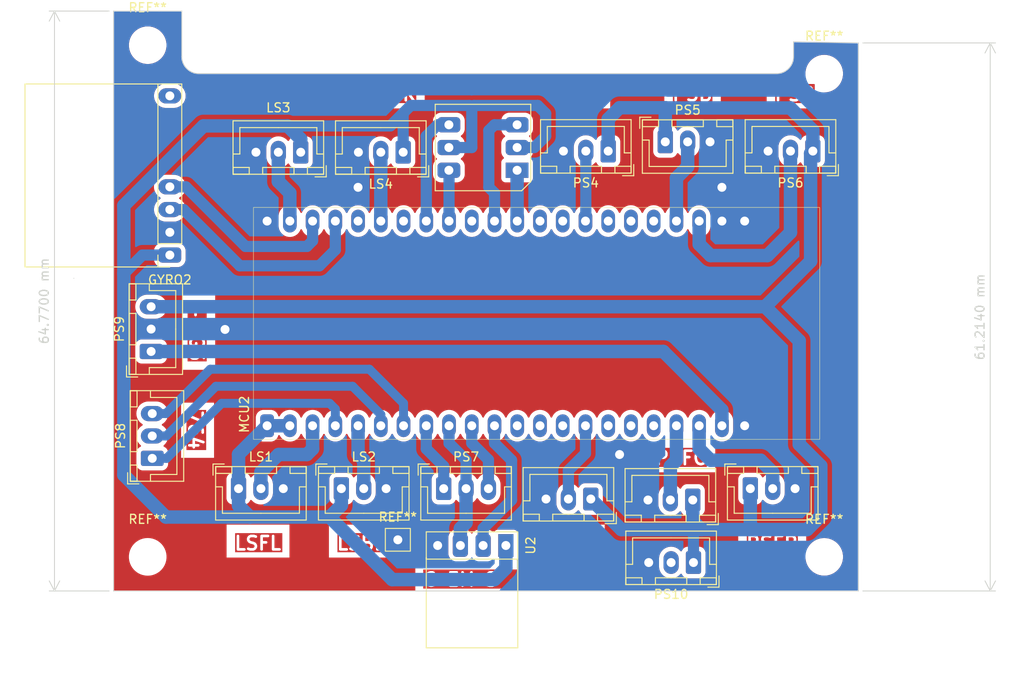
<source format=kicad_pcb>
(kicad_pcb (version 20221018) (generator pcbnew)
  (layers (0 "F.Cu" signal) (31 "B.Cu" signal) (34 "B.Paste" user) (35 "F.Paste" user) (36 "B.SilkS" user "B.Silkscreen") (37 "F.SilkS" user "F.Silkscreen") (38 "B.Mask" user) (39 "F.Mask" user) (44 "Edge.Cuts" user))
  (net 0 "")
  (net 1 "GND")
  (net 2 "+3.3V")
  (net 4 "+24V")
  (net 8 "+5V")
  (net 9 "/SDA")
  (net 10 "/SCL")
  (net 11 "/LS_FL")
  (net 12 "/LS_BL")
  (net 13 "/LS_FR")
  (net 14 "/LS_BR")
  (net 15 "/PS_R")
  (net 16 "/PS_B")
  (net 17 "/PS_L")
  (net 18 "/PS_FL")
  (net 19 "/PS_FC")
  (net 20 "/PS_FR")
  (net 21 "/SW_P1")
  (net 22 "/SW_P4")
  (net 23 "/SW_P2")
  (net 24 "/SW_P8")
  (net 27 "/KS_EM")
  (net 28 "/KS_START")
  (net 38 "/TX1_MD")
  (net 39 "/RX1_MD")
  (net 40 "/4")
  (net 41 "/6")
  (net 42 "/7")
  (footprint "luison-electronics:JST_XH_B3B-XH-A_1x03_P2.50mm_Vertical" (layer "F.Cu") (at 182.245 108.585)
    (fp_text reference "PS3" hide)
    (fp_text value "Omron_E3Z-D62_2M")
    (pad "1" thru_hole roundrect (at 0 0) (size 1.7 2.54) (drill 1) (layers "*.Cu" "*.Mask") (roundrect_rratio 0.1470588235) (net 4 "+24V"))
    (pad "2" thru_hole oval (at 2.5 0) (size 1.7 2.54) (drill 1) (layers "*.Cu" "*.Mask") (net 20 "/PS_FR"))
    (pad "3" thru_hole oval (at 5 0) (size 1.7 2.54) (drill 1) (layers "*.Cu" "*.Mask") (net 1 "GND"))
  )
  (footprint "luison-electronics:JST_XH_B3B-XH-A_1x03_P2.50mm_Vertical" (layer "F.Cu") (at 115.316 93.265 90)
    (fp_text reference "PS9" (at 2.5 -3.55 90) (layer "F.SilkS"))
    (fp_text value "alimentacion_driver")
    (pad "1" thru_hole roundrect (at 0 0 90) (size 1.7 2.54) (drill 1) (layers "*.Cu" "*.Mask") (roundrect_rratio 0.1470588235) (net 8 "+5V"))
    (pad "2" thru_hole oval (at 2.5 0 90) (size 1.7 2.54) (drill 1) (layers "*.Cu" "*.Mask") (net 1 "GND"))
    (pad "3" thru_hole oval (at 5 0 90) (size 1.7 2.54) (drill 1) (layers "*.Cu" "*.Mask") (net 4 "+24V"))
  )
  (footprint "luison-electronics:custom_via" (layer "F.Cu") (at 141.605 113.03)
    (fp_text reference "REF**" (at 1.27 -1.27 unlocked) (layer "F.SilkS"))
    (fp_text value "custom_via")
    (pad "1" thru_hole oval (at 1.27 1.27 90) (size 1.524 2.54) (drill 1) (layers "*.Cu" "*.Mask") (net 1 "GND"))
  )
  (footprint "luison-electronics:MPU6050 Breakout Board" (layer "F.Cu") (at 117.406075 82.495 180)
    (fp_text reference "GYRO2" (at 0 -2.77) (layer "F.SilkS"))
    (fp_text value "MPU-6050 Breakout Board")
    (pad "1" thru_hole roundrect (at 0 0 180) (size 2.54 1.7) (drill 1) (layers "*.Cu" "*.Mask") (net 2 "+3.3V"))
    (pad "2" thru_hole oval (at 0 2.54 180) (size 2.54 1.7) (drill 1) (layers "*.Cu" "*.Mask") (net 1 "GND"))
    (pad "3" thru_hole oval (at 0 5.08 180) (size 2.54 1.7) (drill 1) (layers "*.Cu" "*.Mask") (net 10 "/SCL"))
    (pad "4" thru_hole oval (at 0 7.62 180) (size 2.54 1.7) (drill 1) (layers "*.Cu" "*.Mask") (net 9 "/SDA"))
    (pad "8" thru_hole oval (at 0 17.78 180) (size 2.54 1.7) (drill 1) (layers "*.Cu" "*.Mask"))
  )
  (footprint "luison-electronics:EECO Rotary Switch" (layer "F.Cu") (at 156.195 73.025 90)
    (fp_text reference "SW3" hide)
    (fp_text value "EECO_Micro-Dip_3500_B02" hide)
    (pad "1" thru_hole rect (at 0 0 90) (size 1.7 2.54) (drill 1) (layers "*.Cu" "*.Mask") (net 21 "/SW_P1"))
    (pad "2" thru_hole roundrect (at 2.54 0 90) (size 1.7 2.54) (drill 1) (layers "*.Cu" "*.Mask") (net 2 "+3.3V"))
    (pad "3" thru_hole roundrect (at 5.08 0 90) (size 1.7 2.54) (drill 1) (layers "*.Cu" "*.Mask") (net 22 "/SW_P4"))
    (pad "4" thru_hole roundrect (at 5.08 -7.62 90) (size 1.7 2.54) (drill 1) (layers "*.Cu" "*.Mask") (net 23 "/SW_P2"))
    (pad "5" thru_hole roundrect (at 2.54 -7.62 90) (size 1.7 2.54) (drill 1) (layers "*.Cu" "*.Mask") (net 2 "+3.3V"))
    (pad "6" thru_hole roundrect (at 0 -7.62 90) (size 1.7 2.54) (drill 1) (layers "*.Cu" "*.Mask") (net 24 "/SW_P8"))
  )
  (footprint "luison-electronics:JST_XH_B3B-XH-A_1x03_P2.50mm_Vertical" (layer "F.Cu") (at 143.47 71.01 180)
    (fp_text reference "LS4" (at 2.5 -3.55) (layer "F.SilkS"))
    (fp_text value "Line_Sensor")
    (pad "1" thru_hole roundrect (at 0 0 180) (size 1.7 2.54) (drill 1) (layers "*.Cu" "*.Mask") (roundrect_rratio 0.1470588235) (net 2 "+3.3V"))
    (pad "2" thru_hole oval (at 2.5 0 180) (size 1.7 2.54) (drill 1) (layers "*.Cu" "*.Mask") (net 14 "/LS_BR"))
    (pad "3" thru_hole oval (at 5 0 180) (size 1.7 2.54) (drill 1) (layers "*.Cu" "*.Mask") (net 1 "GND"))
  )
  (footprint "luison-electronics:JST_XH_B3B-XH-A_1x03_P2.50mm_Vertical" (layer "F.Cu") (at 189.23 70.883 180)
    (fp_text reference "PS6" (at 2.5 -3.55) (layer "F.SilkS"))
    (fp_text value "Omron_E3Z-D62_2M")
    (pad "1" thru_hole roundrect (at 0 0 180) (size 1.7 2.54) (drill 1) (layers "*.Cu" "*.Mask") (roundrect_rratio 0.1470588235) (net 4 "+24V"))
    (pad "2" thru_hole oval (at 2.5 0 180) (size 1.7 2.54) (drill 1) (layers "*.Cu" "*.Mask") (net 15 "/PS_R"))
    (pad "3" thru_hole oval (at 5 0 180) (size 1.7 2.54) (drill 1) (layers "*.Cu" "*.Mask") (net 1 "GND"))
  )
  (footprint "MountingHole:MountingHole_3.2mm_M3" (layer "F.Cu") (at 114.935 116.205)
    (fp_text reference "REF**" (at 0 -4.2) (layer "F.SilkS"))
    (fp_text value "MountingHole_3.2mm_M3")
    (pad "" np_thru_hole circle (at 0 0) (size 3.2 3.2) (drill 3.2) (layers "*.Cu" "*.Mask"))
  )
  (footprint "luison-electronics:Robochallenge_KillSwitch" (layer "F.Cu") (at 154.94 114.935 -90)
    (fp_text reference "U2" (at 0 -2.77 90) (layer "F.SilkS"))
    (fp_text value "Robochallenge_KillSwitch" hide)
    (pad "1" thru_hole rect (at 0 0 270) (size 2.54 1.7) (drill 1) (layers "*.Cu" "*.Mask") (net 2 "+3.3V"))
    (pad "2" thru_hole roundrect (at 0 2.54 270) (size 2.54 1.7) (drill 1) (layers "*.Cu" "*.Mask") (net 28 "/KS_START"))
    (pad "3" thru_hole roundrect (at 0 5.08 270) (size 2.54 1.7) (drill 1) (layers "*.Cu" "*.Mask") (net 27 "/KS_EM"))
    (pad "4" thru_hole roundrect (at 0 7.62 270) (size 2.54 1.7) (drill 1) (layers "*.Cu" "*.Mask") (net 1 "GND"))
  )
  (footprint "MountingHole:MountingHole_3.2mm_M3" (layer "F.Cu") (at 190.5 62.23)
    (fp_text reference "REF**" (at 0 -4.2) (layer "F.SilkS"))
    (fp_text value "MountingHole_3.2mm_M3")
    (pad "" np_thru_hole circle (at 0 0) (size 3.2 3.2) (drill 3.2) (layers "*.Cu" "*.Mask"))
  )
  (footprint "luison-electronics:JST_XH_B3B-XH-A_1x03_P2.50mm_Vertical" (layer "F.Cu") (at 115.443 105.203 90)
    (fp_text reference "PS8" (at 2.5 -3.55 90) (layer "F.SilkS"))
    (fp_text value "alimentacion_driver")
    (pad "1" thru_hole roundrect (at 0 0 90) (size 1.7 2.54) (drill 1) (layers "*.Cu" "*.Mask") (roundrect_rratio 0.1470588235) (net 40 "/4"))
    (pad "2" thru_hole oval (at 2.5 0 90) (size 1.7 2.54) (drill 1) (layers "*.Cu" "*.Mask") (net 41 "/6"))
    (pad "3" thru_hole oval (at 5 0 90) (size 1.7 2.54) (drill 1) (layers "*.Cu" "*.Mask") (net 42 "/7"))
  )
  (footprint "luison-electronics:JST_XH_B3B-XH-A_1x03_P2.50mm_Vertical" (layer "F.Cu") (at 147.995 108.585)
    (fp_text reference "PS7" (at 2.5 -3.55) (layer "F.SilkS"))
    (fp_text value "conector_driver" hide)
    (pad "1" thru_hole roundrect (at 0 0) (size 1.7 2.54) (drill 1) (layers "*.Cu" "*.Mask") (roundrect_rratio 0.1470588235) (net 38 "/TX1_MD"))
    (pad "2" thru_hole oval (at 2.5 0) (size 1.7 2.54) (drill 1) (layers "*.Cu" "*.Mask") (net 27 "/KS_EM"))
    (pad "3" thru_hole oval (at 5 0) (size 1.7 2.54) (drill 1) (layers "*.Cu" "*.Mask") (net 39 "/RX1_MD"))
  )
  (footprint "luison-electronics:JST_XH_B3B-XH-A_1x03_P2.50mm_Vertical" (layer "F.Cu") (at 175.815 109.855 180)
    (fp_text reference "PS2" hide)
    (fp_text value "Omron_E3Z-D62_2M")
    (pad "1" thru_hole roundrect (at 0 0 180) (size 1.7 2.54) (drill 1) (layers "*.Cu" "*.Mask") (roundrect_rratio 0.1470588235) (net 4 "+24V"))
    (pad "2" thru_hole oval (at 2.5 0 180) (size 1.7 2.54) (drill 1) (layers "*.Cu" "*.Mask") (net 19 "/PS_FC"))
    (pad "3" thru_hole oval (at 5 0 180) (size 1.7 2.54) (drill 1) (layers "*.Cu" "*.Mask") (net 1 "GND"))
  )
  (footprint "luison-electronics:JST_XH_B3B-XH-A_1x03_P2.50mm_Vertical" (layer "F.Cu") (at 172.745 69.85)
    (fp_text reference "PS5" (at 2.5 -3.55) (layer "F.SilkS"))
    (fp_text value "Omron_E3Z-D62_2M")
    (pad "1" thru_hole roundrect (at 0 0) (size 1.7 2.54) (drill 1) (layers "*.Cu" "*.Mask") (roundrect_rratio 0.1470588235) (net 4 "+24V"))
    (pad "2" thru_hole oval (at 2.5 0) (size 1.7 2.54) (drill 1) (layers "*.Cu" "*.Mask") (net 16 "/PS_B"))
    (pad "3" thru_hole oval (at 5 0) (size 1.7 2.54) (drill 1) (layers "*.Cu" "*.Mask") (net 1 "GND"))
  )
  (footprint "luison-electronics:JST_XH_B3B-XH-A_1x03_P2.50mm_Vertical" (layer "F.Cu") (at 164.425 109.745 180)
    (fp_text reference "PS1" hide)
    (fp_text value "Omron_E3Z-D62_2M")
    (pad "1" thru_hole roundrect (at 0 0 180) (size 1.7 2.54) (drill 1) (layers "*.Cu" "*.Mask") (roundrect_rratio 0.1470588235) (net 4 "+24V"))
    (pad "2" thru_hole oval (at 2.5 0 180) (size 1.7 2.54) (drill 1) (layers "*.Cu" "*.Mask") (net 18 "/PS_FL"))
    (pad "3" thru_hole oval (at 5 0 180) (size 1.7 2.54) (drill 1) (layers "*.Cu" "*.Mask") (net 1 "GND"))
  )
  (footprint "MountingHole:MountingHole_3.2mm_M3" (layer "F.Cu") (at 190.5 116.205)
    (fp_text reference "REF**" (at 0 -4.2) (layer "F.SilkS"))
    (fp_text value "MountingHole_3.2mm_M3")
    (pad "" np_thru_hole circle (at 0 0) (size 3.2 3.2) (drill 3.2) (layers "*.Cu" "*.Mask"))
  )
  (footprint "MountingHole:MountingHole_3.2mm_M3" (layer "F.Cu") (at 114.935 59.055)
    (fp_text reference "REF**" (at 0 -4.2) (layer "F.SilkS"))
    (fp_text value "MountingHole_3.2mm_M3")
    (pad "" np_thru_hole circle (at 0 0) (size 3.2 3.2) (drill 3.2) (layers "*.Cu" "*.Mask"))
  )
  (footprint "" (layer "F.Cu") (at 167.64 104.775)
    (fp_text reference "" (at 0 0) (layer "F.SilkS") (effects (font (size 1.27 1.27))))
    (fp_text value "" (at 0 0) (layer "F.SilkS") (effects (font (size 1.27 1.27))))
    (pad "1" thru_hole roundrect (at 0 0 90) (size 1.524 2.54) (drill 1) (layers "*.Cu" "*.Mask") (net 1 "GND"))
  )
  (footprint "luison-electronics:JST_XH_B3B-XH-A_1x03_P2.50mm_Vertical" (layer "F.Cu") (at 136.565 108.585)
    (fp_text reference "LS2" (at 2.5 -3.55) (layer "F.SilkS"))
    (fp_text value "Line_Sensor" hide)
    (pad "1" thru_hole roundrect (at 0 0) (size 1.7 2.54) (drill 1) (layers "*.Cu" "*.Mask") (roundrect_rratio 0.1470588235) (net 2 "+3.3V"))
    (pad "2" thru_hole oval (at 2.5 0) (size 1.7 2.54) (drill 1) (layers "*.Cu" "*.Mask") (net 12 "/LS_BL"))
    (pad "3" thru_hole oval (at 5 0) (size 1.7 2.54) (drill 1) (layers "*.Cu" "*.Mask") (net 1 "GND"))
  )
  (footprint "" (layer "F.Cu") (at 179.07 74.93)
    (fp_text reference "" (at 0 0) (layer "F.SilkS") (effects (font (size 1.27 1.27))))
    (fp_text value "" (at 0 0) (layer "F.SilkS") (effects (font (size 1.27 1.27))))
    (pad "1" thru_hole roundrect (at 0 0 90) (size 1.524 2.54) (drill 1) (layers "*.Cu" "*.Mask") (net 1 "GND"))
  )
  (footprint "luison-electronics:JST_XH_B3B-XH-A_1x03_P2.50mm_Vertical" (layer "F.Cu") (at 175.895 116.84 180)
    (fp_text reference "PS10" (at 2.5 -3.55) (layer "F.SilkS"))
    (fp_text value "COOLER")
    (pad "1" thru_hole roundrect (at 0 0 180) (size 1.7 2.54) (drill 1) (layers "*.Cu" "*.Mask") (roundrect_rratio 0.147059) (net 4 "+24V"))
    (pad "2" thru_hole oval (at 2.5 0 180) (size 1.7 2.54) (drill 1) (layers "*.Cu" "*.Mask"))
    (pad "3" thru_hole oval (at 5 0 180) (size 1.7 2.54) (drill 1) (layers "*.Cu" "*.Mask") (net 1 "GND"))
  )
  (footprint "luison-electronics:ESP32-S2-DevKitC-1" (layer "F.Cu") (at 127.0015 102.83 90)
    (fp_text reference "MCU2" (at 2.54 -1.27 270) (layer "F.SilkS"))
    (fp_text value "ESP32-S2-DevKitC-1")
    (pad "1" thru_hole roundrect (at 1.27 1.27 90) (size 2.54 1.524) (drill 1) (layers "*.Cu" "*.Mask") (net 2 "+3.3V"))
    (pad "2" thru_hole oval (at 1.27 3.81 90) (size 2.54 1.524) (drill 1) (layers "*.Cu" "*.Mask") (net 2 "+3.3V"))
    (pad "3" thru_hole oval (at 1.27 6.35 90) (size 2.54 1.524) (drill 1) (layers "*.Cu" "*.Mask") (net 11 "/LS_FL"))
    (pad "4" thru_hole oval (at 1.27 8.89 90) (size 2.54 1.524) (drill 1) (layers "*.Cu" "*.Mask") (net 40 "/4"))
    (pad "5" thru_hole oval (at 1.27 11.43 90) (size 2.54 1.524) (drill 1) (layers "*.Cu" "*.Mask") (net 12 "/LS_BL"))
    (pad "6" thru_hole oval (at 1.27 13.97 90) (size 2.54 1.524) (drill 1) (layers "*.Cu" "*.Mask") (net 41 "/6"))
    (pad "7" thru_hole oval (at 1.27 16.51 90) (size 2.54 1.524) (drill 1) (layers "*.Cu" "*.Mask") (net 42 "/7"))
    (pad "8" thru_hole oval (at 1.27 19.05 90) (size 2.54 1.524) (drill 1) (layers "*.Cu" "*.Mask") (net 38 "/TX1_MD"))
    (pad "9" thru_hole oval (at 1.27 21.59 90) (size 2.54 1.524) (drill 1) (layers "*.Cu" "*.Mask") (net 27 "/KS_EM"))
    (pad "10" thru_hole oval (at 1.27 24.13 90) (size 2.54 1.524) (drill 1) (layers "*.Cu" "*.Mask") (net 39 "/RX1_MD"))
    (pad "11" thru_hole oval (at 1.27 26.67 90) (size 2.54 1.524) (drill 1) (layers "*.Cu" "*.Mask") (net 28 "/KS_START"))
    (pad "12" thru_hole oval (at 1.27 29.21 90) (size 2.54 1.524) (drill 1) (layers "*.Cu" "*.Mask"))
    (pad "13" thru_hole oval (at 1.27 31.75 90) (size 2.54 1.524) (drill 1) (layers "*.Cu" "*.Mask"))
    (pad "14" thru_hole oval (at 1.27 34.29 90) (size 2.54 1.524) (drill 1) (layers "*.Cu" "*.Mask"))
    (pad "15" thru_hole oval (at 1.27 36.83 90) (size 2.54 1.524) (drill 1) (layers "*.Cu" "*.Mask") (net 18 "/PS_FL"))
    (pad "16" thru_hole oval (at 1.27 39.37 90) (size 2.54 1.524) (drill 1) (layers "*.Cu" "*.Mask"))
    (pad "17" thru_hole oval (at 1.27 41.91 90) (size 2.54 1.524) (drill 1) (layers "*.Cu" "*.Mask"))
    (pad "18" thru_hole oval (at 1.27 44.45 90) (size 2.54 1.524) (drill 1) (layers "*.Cu" "*.Mask"))
    (pad "19" thru_hole oval (at 1.27 46.99 90) (size 2.54 1.524) (drill 1) (layers "*.Cu" "*.Mask") (net 19 "/PS_FC"))
    (pad "20" thru_hole oval (at 1.27 49.53 90) (size 2.54 1.524) (drill 1) (layers "*.Cu" "*.Mask") (net 20 "/PS_FR"))
    (pad "21" thru_hole oval (at 1.27 52.07 90) (size 2.54 1.524) (drill 1) (layers "*.Cu" "*.Mask") (net 8 "+5V"))
    (pad "22" thru_hole oval (at 1.27 54.61 90) (size 2.54 1.524) (drill 1) (layers "*.Cu" "*.Mask") (net 1 "GND"))
    (pad "23" thru_hole oval (at 24.13 1.27 90) (size 2.54 1.524) (drill 1) (layers "*.Cu" "*.Mask") (net 1 "GND"))
    (pad "24" thru_hole oval (at 24.13 3.81 90) (size 2.54 1.524) (drill 1) (layers "*.Cu" "*.Mask") (net 13 "/LS_FR"))
    (pad "25" thru_hole oval (at 24.13 6.35 90) (size 2.54 1.524) (drill 1) (layers "*.Cu" "*.Mask") (net 9 "/SDA"))
    (pad "26" thru_hole oval (at 24.13 8.89 90) (size 2.54 1.524) (drill 1) (layers "*.Cu" "*.Mask") (net 10 "/SCL"))
    (pad "27" thru_hole oval (at 24.13 11.43 90) (size 2.54 1.524) (drill 1) (layers "*.Cu" "*.Mask"))
    (pad "28" thru_hole oval (at 24.13 13.97 90) (size 2.54 1.524) (drill 1) (layers "*.Cu" "*.Mask") (net 14 "/LS_BR"))
    (pad "29" thru_hole oval (at 24.13 16.51 90) (size 2.54 1.524) (drill 1) (layers "*.Cu" "*.Mask"))
    (pad "30" thru_hole oval (at 24.13 19.05 90) (size 2.54 1.524) (drill 1) (layers "*.Cu" "*.Mask") (net 23 "/SW_P2"))
    (pad "31" thru_hole oval (at 24.13 21.59 90) (size 2.54 1.524) (drill 1) (layers "*.Cu" "*.Mask") (net 24 "/SW_P8"))
    (pad "32" thru_hole oval (at 24.13 24.13 90) (size 2.54 1.524) (drill 1) (layers "*.Cu" "*.Mask"))
    (pad "33" thru_hole oval (at 24.13 26.67 90) (size 2.54 1.524) (drill 1) (layers "*.Cu" "*.Mask") (net 22 "/SW_P4"))
    (pad "34" thru_hole oval (at 24.13 29.21 90) (size 2.54 1.524) (drill 1) (layers "*.Cu" "*.Mask") (net 21 "/SW_P1"))
    (pad "35" thru_hole oval (at 24.13 31.75 90) (size 2.54 1.524) (drill 1) (layers "*.Cu" "*.Mask"))
    (pad "36" thru_hole oval (at 24.13 34.29 90) (size 2.54 1.524) (drill 1) (layers "*.Cu" "*.Mask"))
    (pad "37" thru_hole oval (at 24.13 36.83 90) (size 2.54 1.524) (drill 1) (layers "*.Cu" "*.Mask") (net 17 "/PS_L"))
    (pad "38" thru_hole oval (at 24.13 39.37 90) (size 2.54 1.524) (drill 1) (layers "*.Cu" "*.Mask"))
    (pad "39" thru_hole oval (at 24.13 41.91 90) (size 2.54 1.524) (drill 1) (layers "*.Cu" "*.Mask"))
    (pad "40" thru_hole oval (at 24.13 44.45 90) (size 2.54 1.524) (drill 1) (layers "*.Cu" "*.Mask"))
    (pad "41" thru_hole oval (at 24.13 46.99 90) (size 2.54 1.524) (drill 1) (layers "*.Cu" "*.Mask") (net 16 "/PS_B"))
    (pad "42" thru_hole oval (at 24.13 49.53 90) (size 2.54 1.524) (drill 1) (layers "*.Cu" "*.Mask") (net 15 "/PS_R"))
    (pad "43" thru_hole oval (at 24.13 52.07 90) (size 2.54 1.524) (drill 1) (layers "*.Cu" "*.Mask") (net 1 "GND"))
    (pad "44" thru_hole oval (at 24.13 54.61 90) (size 2.54 1.524) (drill 1) (layers "*.Cu" "*.Mask") (net 1 "GND"))
  )
  (footprint "luison-electronics:JST_XH_B3B-XH-A_1x03_P2.50mm_Vertical" (layer "F.Cu") (at 132.025 71.01 180)
    (fp_text reference "LS3" (at 2.5 4.97) (layer "F.SilkS"))
    (fp_text value "Line_Sensor")
    (pad "1" thru_hole roundrect (at 0 0 180) (size 1.7 2.54) (drill 1) (layers "*.Cu" "*.Mask") (roundrect_rratio 0.1470588235) (net 2 "+3.3V"))
    (pad "2" thru_hole oval (at 2.5 0 180) (size 1.7 2.54) (drill 1) (layers "*.Cu" "*.Mask") (net 13 "/LS_FR"))
    (pad "3" thru_hole oval (at 5 0 180) (size 1.7 2.54) (drill 1) (layers "*.Cu" "*.Mask") (net 1 "GND"))
  )
  (footprint "" (layer "F.Cu") (at 138.43 74.93)
    (fp_text reference "" (at 0 0) (layer "F.SilkS") (effects (font (size 1.27 1.27))))
    (fp_text value "" (at 0 0) (layer "F.SilkS") (effects (font (size 1.27 1.27))))
    (pad "1" thru_hole roundrect (at 0 0 90) (size 1.524 2.54) (drill 1) (layers "*.Cu" "*.Mask") (net 1 "GND"))
  )
  (footprint "luison-electronics:JST_XH_B3B-XH-A_1x03_P2.50mm_Vertical" (layer "F.Cu") (at 166.37 70.883 180)
    (fp_text reference "PS4" (at 2.5 -3.55) (layer "F.SilkS"))
    (fp_text value "Omron_E3Z-D62_2M")
    (pad "1" thru_hole roundrect (at 0 0 180) (size 1.7 2.54) (drill 1) (layers "*.Cu" "*.Mask") (roundrect_rratio 0.1470588235) (net 4 "+24V"))
    (pad "2" thru_hole oval (at 2.5 0 180) (size 1.7 2.54) (drill 1) (layers "*.Cu" "*.Mask") (net 17 "/PS_L"))
    (pad "3" thru_hole oval (at 5 0 180) (size 1.7 2.54) (drill 1) (layers "*.Cu" "*.Mask") (net 1 "GND"))
  )
  (footprint "" (layer "F.Cu") (at 123.571 90.805)
    (fp_text reference "" (at 0 0) (layer "F.SilkS") (effects (font (size 1.27 1.27))))
    (fp_text value "" (at 0 0) (layer "F.SilkS") (effects (font (size 1.27 1.27))))
    (pad "1" thru_hole roundrect (at 0 0 90) (size 1.524 2.54) (drill 1) (layers "*.Cu" "*.Mask") (net 1 "GND"))
  )
  (footprint "luison-electronics:JST_XH_B3B-XH-A_1x03_P2.50mm_Vertical" (layer "F.Cu") (at 125.08 108.585)
    (fp_text reference "LS1" (at 2.5 -3.55) (layer "F.SilkS"))
    (fp_text value "Line_Sensor" hide)
    (pad "1" thru_hole roundrect (at 0 0) (size 1.7 2.54) (drill 1) (layers "*.Cu" "*.Mask") (roundrect_rratio 0.1470588235) (net 2 "+3.3V"))
    (pad "2" thru_hole oval (at 2.5 0) (size 1.7 2.54) (drill 1) (layers "*.Cu" "*.Mask") (net 11 "/LS_FL"))
    (pad "3" thru_hole oval (at 5 0) (size 1.7 2.54) (drill 1) (layers "*.Cu" "*.Mask") (net 1 "GND"))
  )
  (gr_line (start 120.65 62.23) (end 185.166 62.23) (stroke (width 0.1)) (layer "Edge.Cuts"))
  (gr_arc (start 120.65 62.23) (mid 119.302962 61.672038) (end 118.745 60.325) (stroke (width 0.1)) (layer "Edge.Cuts"))
  (gr_line (start 194.31 120.015) (end 111.125 120.015) (stroke (width 0.1)) (layer "Edge.Cuts"))
  (gr_line (start 118.745 55.245) (end 118.745 60.325) (stroke (width 0.1)) (layer "Edge.Cuts"))
  (gr_line (start 116.205 55.245) (end 118.745 55.245) (stroke (width 0.1)) (layer "Edge.Cuts"))
  (gr_line (start 106.68 85.09) (end 106.68 85.09) (stroke (width 0.1)) (layer "Edge.Cuts"))
  (gr_line (start 187.071 58.674) (end 194.31 58.801) (stroke (width 0.1)) (layer "Edge.Cuts"))
  (gr_line (start 111.125 55.245) (end 116.205 55.245) (stroke (width 0.1)) (layer "Edge.Cuts"))
  (gr_line (start 187.071 60.325) (end 187.071 58.674) (stroke (width 0.1)) (layer "Edge.Cuts"))
  (gr_arc (start 187.071 60.325) (mid 186.513038 61.672038) (end 185.166 62.23) (stroke (width 0.1)) (layer "Edge.Cuts"))
  (gr_line (start 194.31 58.801) (end 194.31 120.015) (stroke (width 0.1)) (layer "Edge.Cuts"))
  (gr_line (start 111.125 120.015) (end 111.125 55.245) (stroke (width 0.1)) (layer "Edge.Cuts"))
  (gr_text "PSL\n" (at 161.29 65.405) (layer "F.Cu" knockout) (effects (font (size 1.5 1.5) (thickness 0.3) bold) (justify left bottom)))
  (gr_text "LSBL" (at 135.89 115.57) (layer "F.Cu" knockout) (effects (font (size 1.5 1.5) (thickness 0.3) bold) (justify left bottom)))
  (gr_text "G" (at 165.1 119.38) (layer "F.Cu" knockout) (effects (font (size 1.5 1.5) (thickness 0.3) bold) (justify left bottom)))
  (gr_text "PSFR\n" (at 181.61 115.57) (layer "F.Cu" knockout) (effects (font (size 1.5 1.5) (thickness 0.3) bold) (justify left bottom)))
  (gr_text "++G5" (at 119.507 87.503 270) (layer "F.Cu" knockout) (effects (font (size 1.5 1.5) (thickness 0.3) bold) (justify left bottom)))
  (gr_text "PSFL\n" (at 159.385 115.57) (layer "F.Cu" knockout) (effects (font (size 1.5 1.5) (thickness 0.3) bold) (justify left bottom)))
  (gr_text "LSFL\n" (at 124.46 115.57) (layer "F.Cu" knockout) (effects (font (size 1.5 1.5) (thickness 0.3) bold) (justify left bottom)))
  (gr_text "G EM S +" (at 145.542 119.634) (layer "F.Cu" knockout) (effects (font (size 1.5 1.5) (thickness 0.3) bold) (justify left bottom)))
  (gr_text "PSFC" (at 171.45 106.045) (layer "F.Cu" knockout) (effects (font (size 1.5 1.5) (thickness 0.3) bold) (justify left bottom)))
  (gr_text "+24" (at 179.705 119.38) (layer "F.Cu" knockout) (effects (font (size 1.5 1.5) (thickness 0.3) bold) (justify left bottom)))
  (gr_text "PSR\n" (at 184.785 65.405) (layer "F.Cu" knockout) (effects (font (size 1.5 1.5) (thickness 0.3) bold) (justify left bottom)))
  (gr_text "LUISON" (at 193.294 93.599 90) (layer "F.Cu" knockout) (effects (font (size 1.5 1.5) (thickness 0.3) bold) (justify left bottom)))
  (gr_text "LSFR" (at 127 65.405) (layer "F.Cu" knockout) (effects (font (size 1.5 1.5) (thickness 0.3) bold) (justify left bottom)))
  (gr_text "PSB" (at 173.355 65.405) (layer "F.Cu" knockout) (effects (font (size 1.5 1.5) (thickness 0.3) bold) (justify left bottom)))
  (gr_text "LSBR" (at 139.065 65.405) (layer "F.Cu" knockout) (effects (font (size 1.5 1.5) (thickness 0.3) bold) (justify left bottom)))
  (gr_text "764\n" (at 119.38 99.695 270) (layer "F.Cu" knockout) (effects (font (size 1.5 1.5) (thickness 0.3) bold) (justify left bottom)))
  (dimension (type aligned) (layer "Edge.Cuts") (pts (xy 111.125 55.245) (xy 111.125 120.015)) (height 6.604) (gr_text "64,7700 mm" (at 103.371 87.63 90) (layer "Edge.Cuts") (effects (font (size 1 1) (thickness 0.15)))) (format (prefix "") (suffix "") (units 3) (units_format 1) (precision 4)) (style (thickness 0.1) (arrow_length 1.27) (text_position_mode 0) (extension_height 0.58642) (extension_offset 0.5) keep_text_aligned))
  (dimension (type aligned) (layer "Edge.Cuts") (pts (xy 194.31 58.801) (xy 194.31 120.015)) (height -14.732) (gr_text "61,2140 mm" (at 207.892 89.408 90) (layer "Edge.Cuts") (effects (font (size 1 1) (thickness 0.15)))) (format (prefix "") (suffix "") (units 3) (units_format 1) (precision 4)) (style (thickness 0.1) (arrow_length 1.27) (text_position_mode 0) (extension_height 0.58642) (extension_offset 0.5) keep_text_aligned))
  (segment (start 150.876 65.786) (end 151.13 66.04) (width 1.25) (layer "B.Cu") (net 2))
  (segment (start 114.355 82.495) (end 112.268 84.582) (width 1.25) (layer "B.Cu") (net 2))
  (segment (start 130.8115 101.56) (end 128.2715 101.56) (width 1.5) (layer "B.Cu") (net 2))
  (segment (start 116.967 111.76) (end 126.365 111.76) (width 1.5) (layer "B.Cu") (net 2))
  (segment (start 126.365 111.76) (end 125.08 110.475) (width 1.5) (layer "B.Cu") (net 2))
  (segment (start 128.2715 101.56) (end 125.08 104.7515) (width 1.5) (layer "B.Cu") (net 2))
  (segment (start 143.47 66.635) (end 144.319 65.786) (width 1.25) (layer "B.Cu") (net 2))
  (segment (start 112.268 107.061) (end 116.967 111.76) (width 1.5) (layer "B.Cu") (net 2))
  (segment (start 144.319 65.786) (end 150.876 65.786) (width 1.25) (layer "B.Cu") (net 2))
  (segment (start 142.24 118.745) (end 135.255 111.76) (width 1.5) (layer "B.Cu") (net 2))
  (segment (start 130.556 68.072) (end 142.033 68.072) (width 1.25) (layer "B.Cu") (net 2))
  (segment (start 154.94 114.935) (end 154.94 117.475) (width 1.5) (layer "B.Cu") (net 2))
  (segment (start 151.384 65.786) (end 151.13 66.04) (width 1.25) (layer "B.Cu") (net 2))
  (segment (start 151.13 70.485) (end 148.575 70.485) (width 1.25) (layer "B.Cu") (net 2))
  (segment (start 136.565 110.45) (end 135.255 111.76) (width 1.5) (layer "B.Cu") (net 2))
  (segment (start 130.556 68.072) (end 121.158 68.072) (width 1.5) (layer "B.Cu") (net 2))
  (segment (start 132.025 69.541) (end 132.025 71.01) (width 1.5) (layer "B.Cu") (net 2))
  (segment (start 158.496 65.786) (end 151.384 65.786) (width 1.25) (layer "B.Cu") (net 2))
  (segment (start 142.033 68.072) (end 143.47 66.635) (width 1.25) (layer "B.Cu") (net 2))
  (segment (start 136.565 108.585) (end 136.565 110.45) (width 1.5) (layer "B.Cu") (net 2))
  (segment (start 130.556 68.072) (end 132.025 69.541) (width 1.5) (layer "B.Cu") (net 2))
  (segment (start 121.158 68.072) (end 112.268 76.962) (width 1.5) (layer "B.Cu") (net 2))
  (segment (start 135.255 111.76) (end 126.365 111.76) (width 1.5) (layer "B.Cu") (net 2))
  (segment (start 117.406075 82.495) (end 114.355 82.495) (width 1.25) (layer "B.Cu") (net 2))
  (segment (start 112.268 76.962) (end 112.268 84.582) (width 1.5) (layer "B.Cu") (net 2))
  (segment (start 154.94 117.475) (end 153.67 118.745) (width 1.5) (layer "B.Cu") (net 2))
  (segment (start 159.385 66.675) (end 158.496 65.786) (width 1.25) (layer "B.Cu") (net 2))
  (segment (start 156.195 70.485) (end 158.115 70.485) (width 1.25) (layer "B.Cu") (net 2))
  (segment (start 143.47 71.01) (end 143.47 66.635) (width 1.25) (layer "B.Cu") (net 2))
  (segment (start 153.67 118.745) (end 142.24 118.745) (width 1.5) (layer "B.Cu") (net 2))
  (segment (start 158.115 70.485) (end 159.385 69.215) (width 1.25) (layer "B.Cu") (net 2))
  (segment (start 112.268 84.582) (end 112.268 107.061) (width 1.5) (layer "B.Cu") (net 2))
  (segment (start 159.385 69.215) (end 159.385 66.675) (width 1.25) (layer "B.Cu") (net 2))
  (segment (start 151.13 66.04) (end 151.13 70.485) (width 1.25) (layer "B.Cu") (net 2))
  (segment (start 125.08 104.7515) (end 125.08 108.585) (width 1.5) (layer "B.Cu") (net 2))
  (segment (start 125.08 110.475) (end 125.08 108.585) (width 1.5) (layer "B.Cu") (net 2))
  (segment (start 175.895 116.84) (end 175.895 109.935) (width 1.25) (layer "B.Cu") (net 4))
  (segment (start 182.245 108.585) (end 182.245 112.649) (width 1.5) (layer "B.Cu") (net 4))
  (segment (start 186.715 66.065) (end 172.745 66.065) (width 1.5) (layer "B.Cu") (net 4))
  (segment (start 182.753 113.157) (end 176.784 113.157) (width 1.5) (layer "B.Cu") (net 4))
  (segment (start 167.837 113.157) (end 164.425 109.745) (width 1.5) (layer "B.Cu") (net 4))
  (segment (start 176.784 113.157) (end 167.837 113.157) (width 1.5) (layer "B.Cu") (net 4))
  (segment (start 188.976 83.185) (end 188.976 71.137) (width 1.5) (layer "B.Cu") (net 4))
  (segment (start 189.23 70.883) (end 189.23 68.58) (width 1.5) (layer "B.Cu") (net 4))
  (segment (start 175.815 112.188) (end 176.784 113.157) (width 1.5) (layer "B.Cu") (net 4))
  (segment (start 115.316 88.265) (end 183.896 88.265) (width 1.5) (layer "B.Cu") (net 4))
  (segment (start 167.64 66.04) (end 166.37 67.31) (width 1.5) (layer "B.Cu") (net 4))
  (segment (start 188.976 71.137) (end 189.23 70.883) (width 1.5) (layer "B.Cu") (net 4))
  (segment (start 175.815 109.855) (end 175.815 112.188) (width 1.5) (layer "B.Cu") (net 4))
  (segment (start 182.245 112.649) (end 182.753 113.157) (width 1.5) (layer "B.Cu") (net 4))
  (segment (start 187.706 103.632) (end 190.119 106.045) (width 1.5) (layer "B.Cu") (net 4))
  (segment (start 190.119 106.045) (end 190.119 111.633) (width 1.5) (layer "B.Cu") (net 4))
  (segment (start 172.745 69.85) (end 172.745 66.065) (width 1.5) (layer "B.Cu") (net 4))
  (segment (start 172.72 66.04) (end 167.64 66.04) (width 1.5) (layer "B.Cu") (net 4))
  (segment (start 187.706 92.075) (end 187.706 103.632) (width 1.5) (layer "B.Cu") (net 4))
  (segment (start 189.23 68.58) (end 186.715 66.065) (width 1.5) (layer "B.Cu") (net 4))
  (segment (start 188.595 113.157) (end 182.753 113.157) (width 1.5) (layer "B.Cu") (net 4))
  (segment (start 183.896 88.265) (end 188.976 83.185) (width 1.5) (layer "B.Cu") (net 4))
  (segment (start 166.37 67.31) (end 166.37 70.883) (width 1.5) (layer "B.Cu") (net 4))
  (segment (start 190.119 111.633) (end 188.595 113.157) (width 1.5) (layer "B.Cu") (net 4))
  (segment (start 183.896 88.265) (end 187.706 92.075) (width 1.5) (layer "B.Cu") (net 4))
  (segment (start 175.895 109.935) (end 175.815 109.855) (width 1.25) (layer "B.Cu") (net 4))
  (segment (start 172.745 66.065) (end 172.72 66.04) (width 1.5) (layer "B.Cu") (net 4))
  (segment (start 115.316 93.265) (end 172.5305 93.265) (width 1.5) (layer "B.Cu") (net 8))
  (segment (start 179.0715 99.806) (end 179.0715 101.56) (width 1.5) (layer "B.Cu") (net 8))
  (segment (start 172.5305 93.265) (end 179.0715 99.806) (width 1.5) (layer "B.Cu") (net 8))
  (segment (start 117.406075 74.875) (end 119.198 74.875) (width 1.25) (layer "B.Cu") (net 9))
  (segment (start 125.857 81.534) (end 132.715 81.534) (width 1.25) (layer "B.Cu") (net 9))
  (segment (start 132.715 81.534) (end 133.3515 80.8975) (width 1.25) (layer "B.Cu") (net 9))
  (segment (start 119.198 74.875) (end 125.857 81.534) (width 1.25) (layer "B.Cu") (net 9))
  (segment (start 133.3515 80.8975) (end 133.3515 78.7) (width 1.25) (layer "B.Cu") (net 9))
  (segment (start 134.112 83.693) (end 135.8915 81.9135) (width 1.25) (layer "B.Cu") (net 10))
  (segment (start 118.944 77.415) (end 125.222 83.693) (width 1.25) (layer "B.Cu") (net 10))
  (segment (start 117.406075 77.415) (end 118.944 77.415) (width 1.25) (layer "B.Cu") (net 10))
  (segment (start 125.222 83.693) (end 134.112 83.693) (width 1.25) (layer "B.Cu") (net 10))
  (segment (start 135.8915 81.9135) (end 135.8915 78.7) (width 1.25) (layer "B.Cu") (net 10))
  (segment (start 133.3515 104.1385) (end 133.3515 101.56) (width 1.5) (layer "B.Cu") (net 11))
  (segment (start 132.715 104.775) (end 133.3515 104.1385) (width 1.5) (layer "B.Cu") (net 11))
  (segment (start 127.58 106.735) (end 129.54 104.775) (width 1.5) (layer "B.Cu") (net 11))
  (segment (start 127.58 108.585) (end 127.58 106.735) (width 1.5) (layer "B.Cu") (net 11))
  (segment (start 129.54 104.775) (end 132.715 104.775) (width 1.5) (layer "B.Cu") (net 11))
  (segment (start 139.065 105.41) (end 138.43 104.775) (width 1.5) (layer "B.Cu") (net 12))
  (segment (start 138.43 104.775) (end 138.4315 104.7735) (width 1.5) (layer "B.Cu") (net 12))
  (segment (start 139.065 108.585) (end 139.065 105.41) (width 1.5) (layer "B.Cu") (net 12))
  (segment (start 138.4315 104.7735) (end 138.4315 101.56) (width 1.5) (layer "B.Cu") (net 12))
  (segment (start 130.8115 75.5665) (end 130.8115 78.7) (width 1.5) (layer "B.Cu") (net 13))
  (segment (start 129.525 74.28) (end 130.8115 75.5665) (width 1.5) (layer "B.Cu") (net 13))
  (segment (start 129.525 71.01) (end 129.525 74.28) (width 1.5) (layer "B.Cu") (net 13))
  (segment (start 140.97 78.6985) (end 140.9715 78.7) (width 1.5) (layer "B.Cu") (net 14))
  (segment (start 140.97 71.01) (end 140.97 78.6985) (width 1.5) (layer "B.Cu") (net 14))
  (segment (start 184.15 82.55) (end 186.73 79.97) (width 1.5) (layer "B.Cu") (net 15))
  (segment (start 176.5315 78.7) (end 176.5315 81.2815) (width 1.5) (layer "B.Cu") (net 15))
  (segment (start 186.73 79.97) (end 186.73 70.883) (width 1.5) (layer "B.Cu") (net 15))
  (segment (start 177.8 82.55) (end 184.15 82.55) (width 1.5) (layer "B.Cu") (net 15))
  (segment (start 176.5315 81.2815) (end 177.8 82.55) (width 1.5) (layer "B.Cu") (net 15))
  (segment (start 175.245 69.85) (end 175.245 72.62) (width 1.5) (layer "B.Cu") (net 16))
  (segment (start 175.245 72.62) (end 173.9915 73.8735) (width 1.5) (layer "B.Cu") (net 16))
  (segment (start 173.9915 73.8735) (end 173.9915 78.7) (width 1.5) (layer "B.Cu") (net 16))
  (segment (start 163.87 70.883) (end 163.87 78.6615) (width 1.25) (layer "B.Cu") (net 17))
  (segment (start 163.87 78.6615) (end 163.8315 78.7) (width 1.25) (layer "B.Cu") (net 17))
  (segment (start 163.815 101.5765) (end 163.8315 101.56) (width 1.5) (layer "F.Cu") (net 18))
  (segment (start 163.8315 104.6465) (end 161.925 106.553) (width 1.25) (layer "B.Cu") (net 18))
  (segment (start 161.925 106.553) (end 161.925 109.745) (width 1.25) (layer "B.Cu") (net 18))
  (segment (start 163.8315 101.56) (end 163.8315 104.6465) (width 1.25) (layer "B.Cu") (net 18))
  (segment (start 173.315 106.085) (end 173.9915 105.4085) (width 1.5) (layer "B.Cu") (net 19))
  (segment (start 173.315 109.855) (end 173.315 106.085) (width 1.5) (layer "B.Cu") (net 19))
  (segment (start 173.9915 105.4085) (end 173.9915 101.56) (width 1.5) (layer "B.Cu") (net 19))
  (segment (start 184.745 108.585) (end 184.745 106.767) (width 1.5) (layer "B.Cu") (net 20))
  (segment (start 176.5315 104.1415) (end 176.5315 101.56) (width 1.5) (layer "B.Cu") (net 20))
  (segment (start 184.745 106.767) (end 183.388 105.41) (width 1.5) (layer "B.Cu") (net 20))
  (segment (start 177.8 105.41) (end 176.5315 104.1415) (width 1.5) (layer "B.Cu") (net 20))
  (segment (start 183.388 105.41) (end 177.8 105.41) (width 1.5) (layer "B.Cu") (net 20))
  (segment (start 156.195 78.6835) (end 156.2115 78.7) (width 1.5) (layer "B.Cu") (net 21))
  (segment (start 156.195 73.025) (end 156.195 78.6835) (width 1.5) (layer "B.Cu") (net 21))
  (segment (start 153.6715 75.5665) (end 153.6715 78.7) (width 1.25) (layer "B.Cu") (net 22))
  (segment (start 153.67 67.945) (end 153.035 68.58) (width 1.25) (layer "B.Cu") (net 22))
  (segment (start 156.195 67.945) (end 153.67 67.945) (width 1.25) (layer "B.Cu") (net 22))
  (segment (start 153.035 68.58) (end 153.035 74.93) (width 1.25) (layer "B.Cu") (net 22))
  (segment (start 153.035 74.93) (end 153.6715 75.5665) (width 1.25) (layer "B.Cu") (net 22))
  (segment (start 146.035 78.6835) (end 146.0515 78.7) (width 1.25) (layer "F.Cu") (net 23))
  (segment (start 147.32 67.945) (end 146.05 69.215) (width 1.25) (layer "B.Cu") (net 23))
  (segment (start 146.05 69.215) (end 146.0515 69.2165) (width 1.25) (layer "B.Cu") (net 23))
  (segment (start 146.0515 69.2165) (end 146.0515 78.7) (width 1.25) (layer "B.Cu") (net 23))
  (segment (start 148.575 67.945) (end 147.32 67.945) (width 1.25) (layer "B.Cu") (net 23))
  (segment (start 148.575 78.6835) (end 148.5915 78.7) (width 1.5) (layer "B.Cu") (net 24))
  (segment (start 148.5915 73.0415) (end 148.575 73.025) (width 1.25) (layer "B.Cu") (net 24))
  (segment (start 148.5915 78.7) (end 148.5915 73.0415) (width 1.25) (layer "B.Cu") (net 24))
  (segment (start 149.86 114.935) (end 149.86 113.03) (width 1.5) (layer "B.Cu") (net 27))
  (segment (start 150.495 112.395) (end 150.495 108.585) (width 1.5) (layer "B.Cu") (net 27))
  (segment (start 149.86 113.03) (end 150.495 112.395) (width 1.5) (layer "B.Cu") (net 27))
  (segment (start 148.5915 103.5065) (end 148.5915 101.56) (width 1.25) (layer "B.Cu") (net 27))
  (segment (start 150.495 108.585) (end 150.495 105.41) (width 1.25) (layer "B.Cu") (net 27))
  (segment (start 150.495 105.41) (end 148.5915 103.5065) (width 1.25) (layer "B.Cu") (net 27))
  (segment (start 153.6715 103.5065) (end 153.6715 101.56) (width 1.25) (layer "B.Cu") (net 28))
  (segment (start 152.4 113.03) (end 155.575 109.855) (width 1.25) (layer "B.Cu") (net 28))
  (segment (start 155.575 105.41) (end 153.6715 103.5065) (width 1.25) (layer "B.Cu") (net 28))
  (segment (start 155.575 109.855) (end 155.575 105.41) (width 1.25) (layer "B.Cu") (net 28))
  (segment (start 152.4 114.935) (end 152.4 113.03) (width 1.25) (layer "B.Cu") (net 28))
  (segment (start 146.0515 104.1415) (end 146.0515 101.56) (width 1.25) (layer "B.Cu") (net 38))
  (segment (start 147.995 106.085) (end 146.0515 104.1415) (width 1.25) (layer "B.Cu") (net 38))
  (segment (start 147.995 108.585) (end 147.995 106.085) (width 1.25) (layer "B.Cu") (net 38))
  (segment (start 152.995 108.585) (end 152.995 105.37) (width 1.25) (layer "B.Cu") (net 39))
  (segment (start 152.995 105.37) (end 151.1315 103.5065) (width 1.25) (layer "B.Cu") (net 39))
  (segment (start 151.1315 103.5065) (end 151.1315 101.56) (width 1.25) (layer "B.Cu") (net 39))
  (segment (start 117.047 105.203) (end 123.19 99.06) (width 1) (layer "B.Cu") (net 40))
  (segment (start 135.8915 99.6965) (end 135.8915 101.56) (width 1) (layer "B.Cu") (net 40))
  (segment (start 135.255 99.06) (end 135.8915 99.6965) (width 1) (layer "B.Cu") (net 40))
  (segment (start 123.19 99.06) (end 135.255 99.06) (width 1) (layer "B.Cu") (net 40))
  (segment (start 115.443 105.203) (end 117.047 105.203) (width 1) (layer "B.Cu") (net 40))
  (segment (start 117.007 102.703) (end 122.555 97.155) (width 1) (layer "B.Cu") (net 41))
  (segment (start 137.8205 97.155) (end 140.9715 100.306) (width 1) (layer "B.Cu") (net 41))
  (segment (start 122.555 97.155) (end 137.8205 97.155) (width 1) (layer "B.Cu") (net 41))
  (segment (start 140.9715 100.306) (end 140.9715 101.56) (width 1) (layer "B.Cu") (net 41))
  (segment (start 115.443 102.703) (end 117.007 102.703) (width 1) (layer "B.Cu") (net 41))
  (segment (start 139.7 95.25) (end 143.5115 99.0615) (width 1) (layer "B.Cu") (net 42))
  (segment (start 143.5115 99.0615) (end 143.5115 101.56) (width 1) (layer "B.Cu") (net 42))
  (segment (start 116.967 100.203) (end 121.92 95.25) (width 1) (layer "B.Cu") (net 42))
  (segment (start 121.92 95.25) (end 139.7 95.25) (width 1) (layer "B.Cu") (net 42))
  (segment (start 115.443 100.203) (end 116.967 100.203) (width 1) (layer "B.Cu") (net 42))
  (zone (net 1) (net_name "GND") (layers "F&B.Cu") (priority 1) (connect_pads yes (clearance 0.5)) (min_thickness 0.2) (fill yes (thermal_gap 0.5) (thermal_bridge_width 0.5))
    (polygon (pts (xy 111.125 55.245) (xy 196.977 55.626) (xy 196.85 120.65) (xy 111.125 120.015)))
  )
)
</source>
